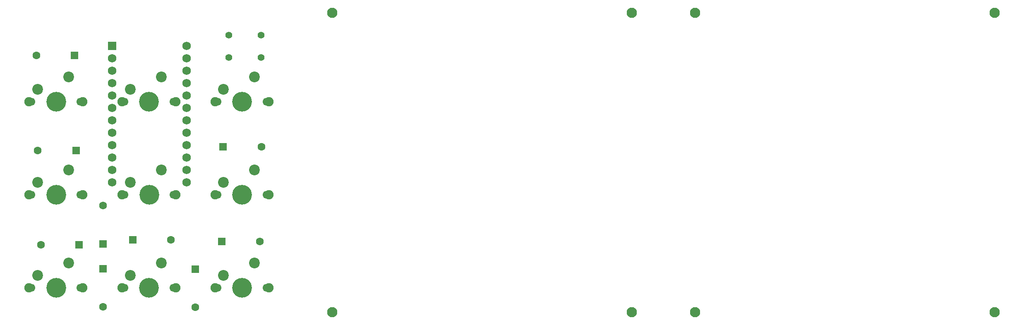
<source format=gbr>
%TF.GenerationSoftware,Altium Limited,Altium Designer,20.1.12 (249)*%
G04 Layer_Color=255*
%FSLAX26Y26*%
%MOIN*%
%TF.SameCoordinates,C6B7DB02-E56D-4098-84F2-B1512E134489*%
%TF.FilePolarity,Positive*%
%TF.FileFunction,Pads,Top*%
%TF.Part,Single*%
G01*
G75*
%TA.AperFunction,ComponentPad*%
%ADD11C,0.062992*%
%ADD12R,0.062992X0.062992*%
%ADD13C,0.159449*%
%ADD14C,0.086614*%
%ADD15C,0.074803*%
%ADD16C,0.066929*%
%ADD17C,0.069016*%
%ADD18R,0.069016X0.069016*%
%ADD19C,0.055118*%
%ADD20R,0.062992X0.062992*%
%TA.AperFunction,ViaPad*%
%ADD21C,0.082677*%
D11*
X2049764Y1511653D02*
D03*
X2037716Y748189D02*
D03*
X1320158Y760276D02*
D03*
X273701Y720079D02*
D03*
X249606Y1479528D02*
D03*
X237520Y2247008D02*
D03*
X775984Y1035197D02*
D03*
Y220118D02*
D03*
X1519370Y216102D02*
D03*
D12*
X1742677Y1511653D02*
D03*
X1730630Y748189D02*
D03*
X1013071Y760276D02*
D03*
X580787Y720079D02*
D03*
X556693Y1479528D02*
D03*
X544606Y2247008D02*
D03*
D13*
X1895472Y375000D02*
D03*
X1146260D02*
D03*
X397047D02*
D03*
Y1124213D02*
D03*
X1146496Y1123189D02*
D03*
X1895709D02*
D03*
X1895472Y1873425D02*
D03*
X1146260D02*
D03*
X397047D02*
D03*
D14*
X1744882Y474409D02*
D03*
X1994882Y574409D02*
D03*
X995669Y474409D02*
D03*
X1245669Y574409D02*
D03*
X246457Y474409D02*
D03*
X496457Y574409D02*
D03*
X246457Y1223622D02*
D03*
X496457Y1323622D02*
D03*
X995905Y1222598D02*
D03*
X1245906Y1322598D02*
D03*
X1745118Y1222598D02*
D03*
X1995118Y1322598D02*
D03*
X1744882Y1972835D02*
D03*
X1994882Y2072835D02*
D03*
X995669Y1972835D02*
D03*
X1245669Y2072835D02*
D03*
X246457Y1972835D02*
D03*
X496457Y2072835D02*
D03*
D15*
X1676968Y374409D02*
D03*
X2110433D02*
D03*
X927756D02*
D03*
X1361220D02*
D03*
X178543D02*
D03*
X612008D02*
D03*
X178543Y1123622D02*
D03*
X612008D02*
D03*
X927992Y1122598D02*
D03*
X1361457D02*
D03*
X1677205D02*
D03*
X2110669D02*
D03*
X1676968Y1872835D02*
D03*
X2110433D02*
D03*
X927756D02*
D03*
X1361220D02*
D03*
X178543D02*
D03*
X612008D02*
D03*
D16*
X1693898Y374409D02*
D03*
X2093898D02*
D03*
X944685D02*
D03*
X1344685D02*
D03*
X195472D02*
D03*
X595472D02*
D03*
X195472Y1123622D02*
D03*
X595472D02*
D03*
X944921Y1122598D02*
D03*
X1344921D02*
D03*
X1694134D02*
D03*
X2094134D02*
D03*
X1693898Y1872835D02*
D03*
X2093898D02*
D03*
X944685D02*
D03*
X1344685D02*
D03*
X195472D02*
D03*
X595472D02*
D03*
D17*
X1448854Y2124174D02*
D03*
Y1324174D02*
D03*
Y1724174D02*
D03*
Y1224174D02*
D03*
Y1524174D02*
D03*
Y1424174D02*
D03*
Y1924174D02*
D03*
Y1824174D02*
D03*
Y2224174D02*
D03*
Y2024174D02*
D03*
Y2324174D02*
D03*
Y1624174D02*
D03*
X848854Y1324174D02*
D03*
Y1724174D02*
D03*
Y2124174D02*
D03*
Y1224174D02*
D03*
Y1524174D02*
D03*
Y1424174D02*
D03*
Y1924174D02*
D03*
Y1824174D02*
D03*
Y2024174D02*
D03*
Y2224174D02*
D03*
Y1624174D02*
D03*
D18*
Y2324174D02*
D03*
D19*
X1788740Y2229291D02*
D03*
Y2410394D02*
D03*
X2048583Y2229291D02*
D03*
Y2410394D02*
D03*
D20*
X775984Y728110D02*
D03*
Y527205D02*
D03*
X1519370Y523189D02*
D03*
D21*
X5543110Y2590551D02*
D03*
Y177165D02*
D03*
X7956496Y2590551D02*
D03*
D03*
D03*
Y177165D02*
D03*
X5035433D02*
D03*
Y2590551D02*
D03*
D03*
D03*
X2622047Y177165D02*
D03*
Y2590551D02*
D03*
%TF.MD5,55cc61867cc8bd0933fa609de769a12f*%
M02*

</source>
